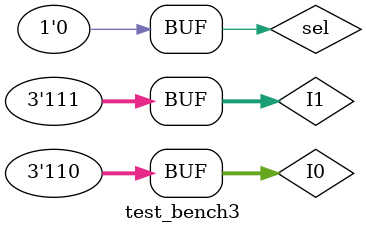
<source format=v>
module mux_3_bits(out,I1,I0,sel);
parameter n=2;
input [n:0] I1,I0;
input sel;
output [n:0] out;
assign out= sel? I1:I0;    //" : " act as else statement.
endmodule

module test_bench3();
parameter n=2;
reg [n:0] I1,I0;
reg sel;
wire [n:0]out;
mux_3_bits td(out,I1,I0,sel);
initial begin
$display("I1  I0  Sel  Out");
$monitor("%b  %b  %b  %b",I1,I0,sel,out);
#10 I1=3'b000;I0=3'b001;sel=0;
#10 I1=3'b110;I0=3'b101;sel=1;
#10 I1=3'b010;I0=3'b011;sel=0;
#10 I1=3'b001;I0=3'b011;sel=1;
#10 I1=3'b111;I0=3'b110;sel=0;
end
endmodule
 
</source>
